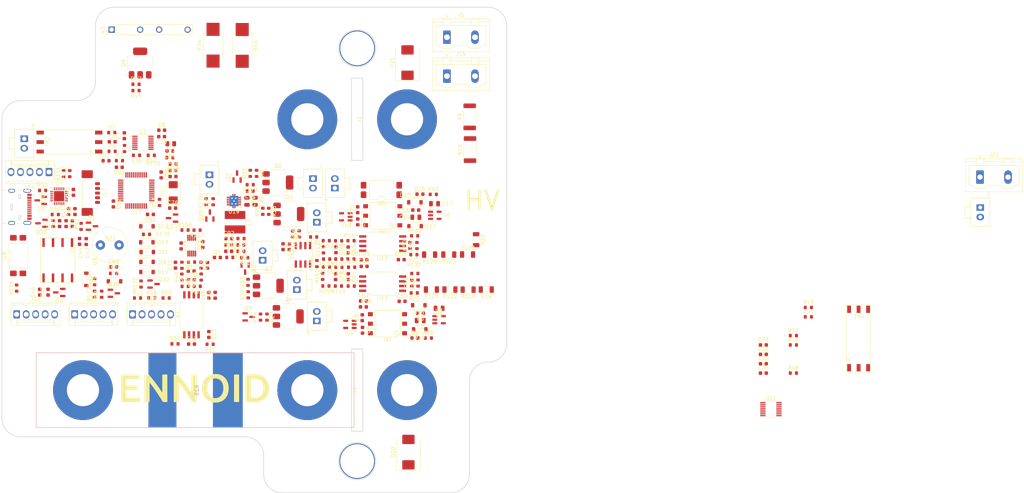
<source format=kicad_pcb>
(kicad_pcb (version 20241229) (generator "pcbnew") (generator_version "9.0")
  (layers (0 "F.Cu" signal) (2 "B.Cu" signal) (13 "F.Paste" user) (15 "B.Paste" user) (5 "F.SilkS" user "F.Silkscreen") (7 "B.SilkS" user "B.Silkscreen") (1 "F.Mask" user) (3 "B.Mask" user) (25 "Edge.Cuts" user))
  (net 0 "")
  (net 1 "Net-(BZ1-+)")
  (net 2 "+3V3")
  (net 3 "GNDA")
  (net 4 "/PowerMonitor/ISO+5V")
  (net 5 "Net-(D14-K)")
  (net 6 "GND")
  (net 7 "Net-(C6-Pad1)")
  (net 8 "Net-(C7-Pad2)")
  (net 9 "+3.3V")
  (net 10 "Net-(C9-Pad2)")
  (net 11 "Net-(C9-Pad1)")
  (net 12 "Net-(C10-Pad2)")
  (net 13 "Net-(C10-Pad1)")
  (net 14 "Net-(U16-Vin+)")
  (net 15 "Net-(U1-VINP)")
  (net 16 "Net-(U1-VINN)")
  (net 17 "+12V")
  (net 18 "GNDREF")
  (net 19 "/PowerMonitor/ISO+5V_LOAD")
  (net 20 "Net-(D17-K)")
  (net 21 "Net-(C23-Pad1)")
  (net 22 "Net-(C24-Pad2)")
  (net 23 "Net-(U14A--)")
  (net 24 "Net-(U14A-+)")
  (net 25 "Net-(U14B--)")
  (net 26 "Net-(U14B-+)")
  (net 27 "Net-(U7-VPP)")
  (net 28 "/USB/Vusb")
  (net 29 "/CAN/5V_CAN")
  (net 30 "/CAN/CAN_GND")
  (net 31 "Net-(U12-VINN)")
  (net 32 "Net-(U12-VINP)")
  (net 33 "Net-(U13-VINN)")
  (net 34 "Net-(U13-VINP)")
  (net 35 "Net-(C65-Pad1)")
  (net 36 "Net-(C65-Pad2)")
  (net 37 "Net-(C66-Pad1)")
  (net 38 "Net-(C66-Pad2)")
  (net 39 "Net-(C68-Pad2)")
  (net 40 "Net-(C68-Pad1)")
  (net 41 "Net-(C69-Pad1)")
  (net 42 "Net-(C69-Pad2)")
  (net 43 "/PowerMonitor/Vbat")
  (net 44 "Net-(U16-Vin-)")
  (net 45 "Net-(U17-PF0{slash}I2C2_SDA{slash}RCC_OSC_IN{slash}TIM1_CH3N)")
  (net 46 "Net-(U17-PF1{slash}I2C2_SCL{slash}RCC_OSC_OUT)")
  (net 47 "/MCU/NRST")
  (net 48 "/MCU/NTC_Switch")
  (net 49 "Net-(D9-K)")
  (net 50 "Net-(D7-K)")
  (net 51 "Net-(U19-SS)")
  (net 52 "Net-(C92-Pad2)")
  (net 53 "Net-(C93-Pad2)")
  (net 54 "Net-(D1-A)")
  (net 55 "Net-(D2-A)")
  (net 56 "/USB/D+")
  (net 57 "/USB/D-")
  (net 58 "/CAN/CANL")
  (net 59 "/CAN/CANH")
  (net 60 "Net-(D5-A)")
  (net 61 "Net-(D8-K)")
  (net 62 "Net-(D10-K)")
  (net 63 "/CAN/EnableRequest")
  (net 64 "Net-(D12-K)")
  (net 65 "/PowerSupply/ChargeDetect")
  (net 66 "Net-(D14-A)")
  (net 67 "Net-(D15-A)")
  (net 68 "Net-(D16-A)")
  (net 69 "Net-(D17-A)")
  (net 70 "Net-(D18-A)")
  (net 71 "/PowerMonitor/Current")
  (net 72 "/Load+")
  (net 73 "/BAT+")
  (net 74 "/switches/Cooling")
  (net 75 "Net-(J6-Pin_4)")
  (net 76 "/PowerSupply/PushButton")
  (net 77 "/switches/DischargePos")
  (net 78 "Net-(J7-Pin_1)")
  (net 79 "/switches/DischargeNeg")
  (net 80 "/switches/Charge")
  (net 81 "/CAN/Enable_CAN")
  (net 82 "Net-(J13-Pin_1)")
  (net 84 "/MCU/TX_USB")
  (net 85 "/MCU/RX_USB")
  (net 86 "Net-(J15-Pin_2)")
  (net 87 "/MCU/PA_TEMP")
  (net 88 "/MCU/MA_TEMP")
  (net 89 "/MCU/SWCLK")
  (net 90 "/MCU/SWDIO")
  (net 91 "/MCU/OLED_RST")
  (net 92 "/MCU/OLED_SDA")
  (net 93 "/MCU/OLED_SCL")
  (net 94 "/MCU/MA_CELL")
  (net 95 "/MCU/PA_CELL")
  (net 97 "Net-(J20-CC2)")
  (net 98 "Net-(J20-CC1)")
  (net 100 "Net-(K1-Pad4)")
  (net 101 "/switches/Precharge")
  (net 102 "Net-(U19-FB)")
  (net 103 "Net-(U19-SW)")
  (net 104 "/MCU/BUZZER")
  (net 105 "/MCU/DischargePosEnable")
  (net 106 "/MCU/Safety")
  (net 107 "Net-(Q4-G)")
  (net 108 "Net-(Q5-G)")
  (net 109 "Net-(Q6-G)")
  (net 110 "Net-(Q7-G)")
  (net 111 "Net-(Q8-G)")
  (net 112 "/MCU/DischargeNegEnable")
  (net 113 "Net-(Q27-D)")
  (net 114 "/MCU/PowerButton")
  (net 115 "/MCU/PowerEnable")
  (net 116 "Net-(Q30-D)")
  (net 117 "/MCU/PowerLED")
  (net 118 "/MCU/LED0")
  (net 119 "Net-(U2-ICMP)")
  (net 120 "Net-(U2-IP)")
  (net 121 "Net-(U2-IM)")
  (net 122 "Net-(R10-Pad2)")
  (net 123 "Net-(R10-Pad1)")
  (net 124 "Net-(U11-ICMP)")
  (net 125 "/MCU/Vpack")
  (net 126 "Net-(R16-Pad1)")
  (net 127 "Net-(U11-IP)")
  (net 128 "Net-(R119-Pad1)")
  (net 129 "Net-(R120-Pad1)")
  (net 130 "Net-(R126-Pad2)")
  (net 131 "Net-(R125-Pad2)")
  (net 132 "/MCU/ChargeEnable")
  (net 133 "/MCU/CoolingEnable")
  (net 134 "Net-(R34-Pad1)")
  (net 135 "Net-(U1-VOUTN)")
  (net 136 "Net-(U2-IBIAS)")
  (net 137 "/MCU/MISO")
  (net 138 "Net-(U1-VOUTP)")
  (net 139 "/MCU/PreChargeEnable")
  (net 140 "Net-(U11-IM)")
  (net 141 "Net-(U11-IBIAS)")
  (net 142 "Net-(U7-TXD)")
  (net 143 "Net-(U7-RXD)")
  (net 144 "Net-(U7-~{RST})")
  (net 145 "Net-(R116-Pad2)")
  (net 146 "Net-(R119-Pad2)")
  (net 147 "Net-(R120-Pad2)")
  (net 148 "Net-(R122-Pad2)")
  (net 149 "Net-(R123-Pad2)")
  (net 150 "Net-(U12-VOUTN)")
  (net 151 "Net-(U12-VOUTP)")
  (net 152 "Net-(U13-VOUTN)")
  (net 153 "Net-(U13-VOUTP)")
  (net 154 "/MCU/SCL")
  (net 155 "/MCU/SDA")
  (net 156 "Net-(U19-RT)")
  (net 157 "Net-(U4-D2)")
  (net 158 "Net-(U4-D1)")
  (net 160 "Net-(U10-D2)")
  (net 161 "Net-(U10-D1)")
  (net 163 "/MCU/CS_CELL")
  (net 164 "/MCU/MOSI")
  (net 165 "/MCU/SCK")
  (net 181 "/CAN/CAN_RX")
  (net 182 "/CAN/CAN_TX")
  (net 183 "/MCU/CS_TEMP")
  (footprint "Connector_Phoenix_GMSTB:PhoenixContact_GMSTBVA_2,5_2-G_1x02_P7.50mm_Vertical" (layer "F.Cu") (at 300.37 79.78)
    (property "Reference" "J21")
    (property "Value" "INV_Power")
  )
  (footprint "Capacitor_SMD:C_0805_2012Metric" (layer "F.Cu") (at 106.5 86.25 -90)
    (property "Reference" "C89")
    (property "Value" "22u")
  )
  (footprint "ENNOID:WURTH-760390014" (layer "F.Cu") (at 141.925 119.025 180)
    (property "Reference" "TR1")
    (property "Value" "TRANSF5" (hide yes))
  )
  (footprint "Capacitor_SMD:C_0603_1608Metric" (layer "F.Cu") (at 89.5 107.2725 180)
    (property "Reference" "C9")
    (property "Value" "2.2n")
  )
  (footprint "Diode_SMD:D_SOD-123" (layer "F.Cu") (at 150.55 120.525 180)
    (property "Reference" "D14")
    (property "Value" "MBR0520")
  )
  (footprint "Package_TO_SOT_SMD:SOT-23" (layer "F.Cu") (at 49.4 92.13925 180)
    (property "Reference" "Q26")
    (property "Value" "BSS138")
  )
  (footprint "Resistor_SMD:R_0603_1608Metric" (layer "F.Cu") (at 106.925 78.775 -90)
    (property "Reference" "R8")
    (property "Value" "4.7M")
  )
  (footprint "Capacitor_SMD:C_0603_1608Metric" (layer "F.Cu") (at 128.15 99.225 -90)
    (property "Reference" "C69")
    (property "Value" "220p")
  )
  (footprint "Resistor_SMD:R_2512_6332Metric" (layer "F.Cu") (at 164 72.4125 90)
    (property "Reference" "R10")
    (property "Value" "220k")
  )
  (footprint "Capacitor_SMD:C_0603_1608Metric" (layer "F.Cu") (at 70.2 77.15 180)
    (property "Reference" "C83")
    (property "Value" "100n")
  )
  (footprint "Diode_SMD:D_SOD-123" (layer "F.Cu") (at 150.3 114.075 180)
    (property "Reference" "D15")
    (property "Value" "MBR0520")
  )
  (footprint "LED_SMD:LED_0603_1608Metric" (layer "F.Cu") (at 66.6625 75.4)
    (property "Reference" "D2")
    (property "Value" "STATUS")
  )
  (footprint "Resistor_SMD:R_0603_1608Metric" (layer "F.Cu") (at 55.3 78.875 90)
    (property "Reference" "R111")
    (property "Value" "240")
  )
  (footprint "Resistor_SMD:R_0603_1608Metric" (layer "F.Cu") (at 118.3 95 90)
    (property "Reference" "R16")
    (property "Value" "10k")
  )
  (footprint "Resistor_SMD:R_0603_1608Metric" (layer "F.Cu") (at 91.04 109 180)
    (property "Reference" "R35")
    (property "Value" "100")
  )
  (footprint "Resistor_SMD:R_0603_1608Metric" (layer "F.Cu") (at 59.9875 92.975 90)
    (property "Reference" "R4")
    (property "Value" "1.5k")
  )
  (footprint "ENNOID:Pin_1x02-XL" (layer "F.Cu") (at 123.02 91.866 180)
    (property "Reference" "J10")
    (property "Value" "Charge")
  )
  (footprint "Resistor_SMD:R_0603_1608Metric" (layer "F.Cu") (at 63.5875 107.8 90)
    (property "Reference" "R173")
    (property "Value" "10k")
  )
  (footprint "Resistor_SMD:R_0603_1608Metric" (layer "F.Cu") (at 128.85 96.825 180)
    (property "Reference" "R150")
    (property "Value" "1k")
  )
  (footprint "Resistor_SMD:R_0603_1608Metric" (layer "F.Cu") (at 99.75 101.275)
    (property "Reference" "R1")
    (property "Value" "470")
  )
  (footprint "Resistor_SMD:R_0603_1608Metric" (layer "F.Cu") (at 89.525 102.5225 180)
    (property "Reference" "R13")
    (property "Value" "1k")
  )
  (footprint "Capacitor_SMD:C_0603_1608Metric" (layer "F.Cu") (at 84.6 77.975)
    (property "Reference" "C78")
    (property "Value" "100n")
  )
  (footprint "Resistor_SMD:R_0603_1608Metric" (layer "F.Cu") (at 254.47 114.675)
    (property "Reference" "R49")
    (property "Value" "1.2k")
  )
  (footprint "Resistor_SMD:R_0603_1608Metric" (layer "F.Cu") (at 128.8 108.95 180)
    (property "Reference" "R149")
    (property "Value" "1k")
  )
  (footprint "Capacitor_SMD:C_0603_1608Metric" (layer "F.Cu") (at 94.115 111.4025 90)
    (property "Reference" "C14")
    (property "Value" "100n")
  )
  (footprint "Resistor_SMD:R_0603_1608Metric" (layer "F.Cu") (at 78.75 73.95 180)
    (property "Reference" "R37")
    (property "Value" "2k")
  )
  (footprint "ENNOID:SSO-8_6.8x5.9mm_Pitch1.27mm_Clearance8mm" (layer "F.Cu") (at 89.5 116.65 90)
    (property "Reference" "U1")
    (property "Value" "AMC1301 or AMC1302")
  )
  (footprint "Package_SON:Texas_S-PVSON-N10_ThermalVias" (layer "F.Cu") (at 100.8525 86.194 180)
    (property "Reference" "U19")
    (property "Value" "LM5165YDRC")
  )
  (footprint "Resistor_SMD:R_0603_1608Metric" (layer "F.Cu") (at 124.8 99.25 90)
    (property "Reference" "R161")
    (property "Value" "33K")
  )
  (footprint "Capacitor_SMD:C_0603_1608Metric" (layer "F.Cu") (at 149.475 88.6 180)
    (property "Reference" "C18")
    (property "Value" "100n")
  )
  (footprint "Package_SO:MSOP-16_3x4.039mm_P0.5mm" (layer "F.Cu") (at 244.46 141.885)
    (property "Reference" "U11")
    (property "Value" "LTC6820")
  )
  (footprint "Package_TO_SOT_SMD:SOT-223" (layer "F.Cu") (at 75.775 49.25 90)
    (property "Reference" "Q8")
    (property "Value" "BUK98150-55A")
  )
  (footprint "ENNOID:Pin_1x02-XL" (layer "F.Cu") (at 122.004 80.182)
    (property "Reference" "J7")
    (property "Value" "E-Stop")
  )
  (footprint "Resistor_SMD:R_0603_1608Metric" (layer "F.Cu") (at 77.475 95.1)
    (property "Reference" "R178")
    (property "Value" "10k")
  )
  (footprint "ENNOID:EVC500" (layer "F.Cu") (at 133.82 64.302 90)
    (property "Reference" "J1")
    (property "Value" "Contactor+")
  )
  (footprint "Resistor_SMD:R_0603_1608Metric" (layer "F.Cu") (at 105.2175 81.819 180)
    (property "Reference" "R179")
    (property "Value" "130k")
  )
  (footprint "Resistor_SMD:R_0603_1608Metric" (layer "F.Cu") (at 76.025 108.4 -90)
    (property "Reference" "R175")
    (property "Value" "4.7M")
  )
  (footprint "Capacitor_SMD:C_0603_1608Metric" (layer "F.Cu") (at 84.475 88.075)
    (property "Reference" "C76")
    (property "Value" "18p")
  )
  (footprint "Resistor_SMD:R_0603_1608Metric" (layer "F.Cu") (at 107.975 117.25 90)
    (property "Reference" "R24")
    (property "Value" "10")
  )
  (footprint "Capacitor_SMD:C_0603_1608Metric" (layer "F.Cu") (at 89.515 124.4775)
    (property "Reference" "C12")
    (property "Value" "330p")
  )
  (footprint "Resistor_SMD:R_0603_1608Metric" (layer "F.Cu") (at 149.8 98.095 90)
    (property "Reference" "R130")
    (property "Value" "1k")
  )
  (footprint "Capacitor_SMD:C_0603_1608Metric" (layer "F.Cu") (at 83.75 72.775 180)
    (property "Reference" "C84")
    (property "Value" "100n")
  )
  (footprint "Capacitor_SMD:C_0603_1608Metric" (layer "F.Cu") (at 86.74 98.2025 -90)
    (property "Reference" "C73")
    (property "Value" "100n")
  )
  (footprint "Resistor_SMD:R_1206_3216Metric" (layer "F.Cu") (at 165.625 96.5325 -90)
    (property "Reference" "R20")
    (property "Value" "470K")
  )
  (footprint "Diode_SMD:D_SMC" (layer "F.Cu") (at 147.275 49.125 90)
    (property "Reference" "D21")
    (property "Value" "smcj440ca")
  )
  (footprint "Connector_Molex:Molex_PicoBlade_53398-0571_1x05-1MP_P1.25mm_Vertical" (layer "F.Cu") (at 63.125 84.05 -90)
    (property "Reference" "J17")
    (property "Value" "DEBUG")
  )
  (footprint "Resistor_SMD:R_1206_3216Metric" (layer "F.Cu") (at 158.615 109.88 180)
    (property "Reference" "R122")
    (property "Value" "470K")
  )
  (footprint "Capacitor_SMD:C_0603_1608Metric" (layer "F.Cu") (at 133.95 88.515 90)
    (property "Reference" "C22")
    (property "Value" "10u")
  )
  (footprint "Resistor_SMD:R_0603_1608Metric" (layer "F.Cu") (at 109.7 117.25 -90)
    (property "Reference" "R27")
    (property "Value" "4.7M")
  )
  (footprint "Resistor_SMD:R_0603_1608Metric" (layer "F.Cu") (at 71.6 72.125 -90)
    (property "Reference" "R5")
    (property "Value" "806")
  )
  (footprint "Capacitor_SMD:C_0603_1608Metric" (layer "F.Cu") (at 148.4025 108.13 90)
    (property "Reference" "C49")
    (property "Value" "330p")
  )
  (footprint "Resistor_SMD:R_0603_1608Metric" (layer "F.Cu") (at 102.7 97.925 180)
    (property "Reference" "R181")
    (property "Value" "1")
  )
  (footprint "Resistor_SMD:R_0603_1608Metric" (layer "F.Cu") (at 103.725 101.35 180)
    (property "Reference" "R41")
    (property "Value" "10k")
  )
  (footprint "Capacitor_SMD:C_0603_1608Metric" (layer "F.Cu") (at 242.44 129.735)
    (property "Reference" "C25")
    (property "Value" "1u")
  )
  (footprint "Diode_SMD:D_SOD-123" (layer "F.Cu") (at 77.625 102.475)
    (property "Reference" "D9")
    (property "Value" "1N4148W")
  )
  (footprint "Capacitor_SMD:C_0603_1608Metric" (layer "F.Cu") (at 147.95 98.095 90)
    (property "Reference" "C50")
    (property "Value" "330p")
  )
  (footprint "Resistor_SMD:R_0603_1608Metric" (layer "F.Cu") (at 87.775 93.95)
    (property "Reference" "R166")
    (property "Value" "4.75k")
  )
  (footprint "Capacitor_SMD:C_0603_1608Metric" (layer "F.Cu") (at 135.48 114.525)
    (property "Reference" "C58")
    (property "Value" "100n")
  )
  (footprint "Capacitor_SMD:C_0603_1608Metric" (layer "F.Cu") (at 113.99 98.4 -90)
    (property "Reference" "C75")
    (property "Value" "100n")
  )
  (footprint "Resistor_SMD:R_0603_1608Metric" (layer "F.Cu") (at 95.3 86.375 90)
    (property "Reference" "R177")
    (property "Value" "4.7M")
  )
  (footprint "Capacitor_SMD:C_0805_2012Metric" (layer "F.Cu") (at 154.5 86.9 180)
    (property "Reference" "C17")
    (property "Value" "10u")
  )
  (footprint "Resistor_SMD:R_0603_1608Metric" (layer "F.Cu") (at 80.95 86.55 90)
    (property "Reference" "R11")
    (property "Value" "10k")
  )
  (footprint "Package_TO_SOT_SMD:SOT-23" (layer "F.Cu") (at 104.7875 117.2)
    (property "Reference" "Q9")
    (property "Value" "BSS138")
  )
  (footprint "Package_TO_SOT_SMD:SOT-23-5" (layer "F.Cu") (at 131.875 119.2 180)
    (property "Reference" "U4")
    (property "Value" "SN6501DBV")
  )
  (footprint "ENNOID:SHV12-1AB5-7BL3K" (layer "F.Cu") (at 68.156 40.304 90)
    (property "Reference" "K1")
    (property "Value" "SHV12-1A85-78L3K")
  )
  (footprint "Resistor_SMD:R_0603_1608Metric" (layer "F.Cu") (at 104.675 111.275 90)
    (property "Reference" "R32")
    (property "Value" "10")
  )
  (footprint "Capacitor_SMD:C_0603_1608Metric" (layer "F.Cu") (at 115.665 98.425 -90)
    (property "Reference" "C16")
    (property "Value" "1u")
  )
  (footprint "Package_TO_SOT_SMD:SOT-223" (layer "F.Cu") (at 112.6 81.225)
    (property "Reference" "Q6")
    (property "Value" "BUK98150-55A")
  )
  (footprint "Package_TO_SOT_SMD:SOT-23" (layer "F.Cu") (at 101.7 79.625 90)
    (property "Reference" "Q3")
    (property "Value" "BSS138")
  )
  (footprint "Package_TO_SOT_SMD:SOT-223" (layer "F.Cu") (at 115.55 89.65)
    (property "Reference" "Q5")
    (property "Value" "BUK98150-55A")
  )
  (footprint "Resistor_SMD:R_0603_1608Metric" (layer "F.Cu") (at 86.95 103.3725 -90)
    (property "Reference" "R15")
    (property "Value" "3.3k")
  )
  (footprint "Capacitor_SMD:C_0603_1608Metric" (layer "F.Cu") (at 93.775 103.3975 90)
    (property "Reference" "C11")
    (property "Value" "100n")
  )
  (footprint "Capacitor_SMD:C_0603_1608Metric" (layer "F.Cu") (at 242.44 132.245)
    (property "Reference" "C26")
    (property "Value" "100n")
  )
  (footprint "Connector_Molex:Molex_KK-254_AE-6410-05A_1x05_P2.54mm_Vertical" (layer "F.Cu") (at 42.756 116.518)
    (property "Reference" "J11")
    (property "Value" "CAN")
  )
  (footprint "Resistor_SMD:R_0603_1608Metric" (layer "F.Cu") (at 74.8 73.95 180)
    (property "Reference" "R36")
    (property "Value" "1.2k")
  )
  (footprint "Connector_Phoenix_GMSTB:PhoenixContact_GMSTBVA_2,5_2-G_1x02_P7.50mm_Vertical" (layer "F.Cu") (at 157.818 52.75)
    (property "Reference" "J15")
    (property "Value" "Charge +")
  )
  (footprint "Diode_SMD:D_SOD-123" (layer "F.Cu") (at 77.675 99.85)
    (property "Reference" "D11")
    (property "Value" "1N4148W")
  )
  (footprint "Package_TO_SOT_SMD:SOT-23" (layer "F.Cu") (at 62.8875 92.925)
    (property "Reference" "Q1")
    (property "Value" "BSS138")
  )
  (footprint "Capacitor_SMD:C_0603_1608Metric" (layer "F.Cu") (at 128.05 106.425 -90)
    (property "Reference" "C68")
    (property "Value" "220p")
  )
  (footprint "Resistor_SMD:R_0603_1608Metric" (layer "F.Cu") (at 250.46 132.245)
    (property "Reference" "R48")
    (property "Value" "51")
  )
  (footprint "Diode_SMD:D_SMC" (layer "F.Cu") (at 147.525 153.4 90)
    (property "Reference" "D20")
    (property "Value" "smcj440ca")
  )
  (footprint "Capacitor_SMD:C_0805_2012Metric" (layer "F.Cu") (at 155.725 114.9 180)
    (property "Reference" "C1")
    (property "Value" "10u")
  )
  (footprint "Package_SO:MSOP-16_3x4.039mm_P0.5mm" (layer "F.Cu") (at 76.525 70.6)
    (property "Reference" "U2")
    (property "Value" "LTC6820")
  )
  (footprint "Resistor_SMD:R_0603_1608Metric" (layer "F.Cu") (at 149.0775 110.78 180)
    (property "Reference" "R22")
    (property "Value" "10")
  )
  (footprint "Capacitor_SMD:C_0603_1608Metric" (layer "F.Cu") (at 99.45 99.625)
    (property "Reference" "C94")
    (property "Value" "10u")
  )
  (footprint "Resistor_SMD:R_0603_1608Metric" (layer "F.Cu") (at 63.5875 111.125 90)
    (property "Reference" "R172")
    (property "Value" "100")
  )
  (footprint "Diode_SMD:D_SOD-123" (layer "F.Cu") (at 77.575 97.225 180)
    (property "Reference" "D13")
    (property "Value" "1N4148W")
  )
  (footprint "Capacitor_SMD:C_0603_1608Metric" (layer "F.Cu") (at 78.5375 89.77 180)
    (property "Reference" "C81")
    (property "Value" "100n")
  )
  (footprint "Resistor_SMD:R_0603_1608Metric" (layer "F.Cu") (at 125.575 103.825 180)
    (property "Reference" "R155")
    (property "Value" "5.6k")
  )
  (footprint "Resistor_SMD:R_0603_1608Metric" (layer "F.Cu") (at 132.325 103.9)
    (property "Reference" "R142")
    (property "Value" "100")
  )
  (footprint "ENNOID:WURTH-760390014" (layer "F.Cu") (at 140.65 90.125 180)
    (property "Reference" "TR3")
    (property "Value" "TRANSF5" (hide yes))
  )
  (footprint "Resistor_SMD:R_0603_1608Metric" (layer "F.Cu") (at 86.925 106.5475 90)
    (property "Reference" "R40")
    (property "Value" "1k")
  )
  (footprint "Package_TO_SOT_SMD:SOT-23" (layer "F.Cu") (at 84.3125 90.75 180)
    (property "Reference" "Q27")
    (property "Value" "BSS138")
  )
  (footprint "Diode_SMD:D_SOD-123" (layer "F.Cu") (at 149.3 92.925 180)
    (property "Reference" "D17")
    (property "Value" "MBR0520")
  )
  (footprint "Resistor_SMD:R_0603_1608Metric" (layer "F.Cu") (at 91 93.975 180)
    (property "Reference" "R167")
    (property "Value" "4.75k")
  )
  (footprint "Resistor_SMD:R_0603_1608Metric" (layer "F.Cu") (at 49.7 83.35)
    (property "Reference" "R53")
    (property "Value" "5.1k")
  )
  (footprint "Resistor_SMD:R_0603_1608Metric" (layer "F.Cu") (at 68.275 72.875)
    (property "Reference" "R6")
    (property "Value" "51")
  )
  (footprint "Capacitor_SMD:C_0603_1608Metric" (layer "F.Cu") (at 81.525 68.95 180)
    (property "Reference" "C20")
    (property "Value" "1u")
  )
  (footprint "Diode_SMD:D_SOD-123" (layer "F.Cu") (at 77.6 92.95)
    (property "Reference" "D12")
    (property "Value" "1N4148W")
  )
  (footprint "Resistor_SMD:R_0603_1608Metric" (layer "F.Cu") (at 108.575 88.925 90)
    (property "Reference" "R25")
    (property "Value" "10")
  )
  (footprint "Resistor_SMD:R_0603_1608Metric" (layer "F.Cu") (at 56.625 89 90)
    (property "Reference" "R113")
    (property "Value" "4.7k")
  )
  (footprint "Resistor_SMD:R_0603_1608Metric" (layer "F.Cu") (at 65.4875 111.125 90)
    (property "Reference" "R2")
    (property "Value" "470")
  )
  (footprint "Resistor_SMD:R_0603_1608Metric" (layer "F.Cu") (at 152.85 122.875)
    (property "Reference" "R26")
    (property "Value" "470")
  )
  (footprint "Resistor_SMD:R_0603_1608Metric" (layer "F.Cu") (at 128.9 101.725 180)
    (property "Reference" "R151")
    (property "Value" "1k")
  )
  (footprint "Diode_SMD:D_SOD-123" (layer "F.Cu") (at 68.9375 107.675)
    (property "Reference" "D7")
    (property "Value" "BZT52C16")
  )
  (footprint "Package_TO_SOT_SMD:SOT-23-5" (layer "F.Cu") (at 130.7875 90.415 180)
    (property "Reference" "U10")
    (property "Value" "SN6501DBV")
  )
  (footprint "Diode_SMD:D_SOD-123" (layer "F.Cu") (at 61.3875 107.15 -90)
    (property "Reference" "D8")
    (property "Value" "1N4148W")
  )
  (footprint "Capacitor_SMD:C_0603_1608Metric" (layer "F.Cu") (at 68.3 70.325)
    (property "Reference" "C6")
    (property "Value" "10n")
  )
  (footprint "Resistor_SMD:R_0603_1608Metric" (layer "F.Cu") (at 116.55 95.025 -90)
    (property "Reference" "R17")
    (property "Value" "3.3k")
  )
  (footprint "Capacitor_SMD:C_0603_1608Metric" (layer "F.Cu") (at 135.25 120.775 -90)
    (property "Reference" "C4")
    (property "Value" "100n")
  )
  (footprint "Resistor_SMD:R_0603_1608Metric" (layer "F.Cu") (at 93.45 86.375 90)
    (property "Reference" "R176")
    (property "Value" "10k")
  )
  (footprint "Resistor_SMD:R_0603_1608Metric" (layer "F.Cu") (at 92.05 103.3725 -90)
    (property "Reference" "R14")
    (property "Value" "3.3k")
  )
  (footprint "Capacitor_SMD:C_0603_1608Metric" (layer "F.Cu") (at 81.55 67.225)
    (property "Reference" "C8")
    (property "Value" "100n")
  )
  (footprint "Capacitor_SMD:C_0603_1608Metric" (layer "F.Cu") (at 71.55 68.7 90)
    (property "Reference" "C7")
    (property "Value" "10n")
  )
  (footprint "Diode_SMD:D_SOD-123" (layer "F.Cu") (at 149.25 86.525 180)
    (property "Reference" "D18")
    (property "Value" "MBR0520")
  )
  (footprint "Package_DFN_QFN:QFN-24-1EP_4x4mm_P0.5mm_EP2.7x2.7mm" (layer "F.Cu") (at 54.1 84.875)
    (property "Reference" "U7")
    (property "Value" "CP2104")
  )
  (footprint "ENNOID:SSO-8_6.8x5.9mm_Pitch1.27mm_Clearance8mm" (layer "F.Cu") (at 140.625 108.3 180)
    (property "Reference" "U12")
    (property "Value" "AMC1301")
  )
  (footprint "ENNOID:Pin_1x02-XL" (layer "F.Cu") (at 108.542 102.026 180)
    (property "Reference" "J13")
    (property "Value" "Charger")
  )
  (footprint "Resistor_SMD:R_0603_1608Metric" (layer "F.Cu") (at 92.1 106.5225 90)
    (property "Reference" "R39")
    (property "Value" "1k")
  )
  (footprint "Resistor_SMD:R_0603_1608Metric" (layer "F.Cu") (at 148.975 100.545 180)
    (property "Reference" "R21")
    (property "Value" "10")
  )
  (footprint "Resistor_SMD:R_0603_1608Metric" (layer "F.Cu") (at 52.525 92.2 90)
    (property "Reference" "R114")
    (property "Value" "10k")
  )
  (footprint "Resistor_SMD:R_0603_1608Metric" (layer "F.Cu") (at 94.49 124.5275 180)
    (property "Reference" "R31")
    (property "Value" "1k")
  )
  (footprint "Resistor_SMD:R_1206_3216Metric" (layer "F.Cu") (at 153.665 109.88 180)
    (property "Reference" "R125")
    (property "Value" "470K")
  )
  (footprint "Capacitor_SMD:C_0603_1608Metric" (layer "F.Cu") (at 242.44 127.225)
    (property "Reference" "C24")
    (property "Value" "10n")
  )
  (footprint "Resistor_SMD:R_0603_1608Metric" (layer "F.Cu") (at 250.46 124.715)
    (property "Reference" "R18")
    (property "Value" "51")
  )
  (footprint "ENNOID:ENNOID-LOGO" (layer "F.Cu") (at 90.5 137.025)
    (property "Reference" "LOGO1" (hide yes))
    (property "Value" "Logo_Open_Hardware_Small" (hide yes))
  )
  (footprint "Capacitor_SMD:C_0603_1608Metric" (layer "F.Cu") (at 58.35 89 90)
    (property "Reference" "C39")
    (property "Value" "2.2u")
  )
  (footprint "Package_TO_SOT_SMD:SOT-23-5" (layer "F.Cu") (at 155.7125 117.95)
    (property "Reference" "U3")
    (property "Value" "TPS76350")
  )
  (footprint "Resistor_SMD:R_0603_1608Metric" (layer "F.Cu") (at 53.0875 89.78925)
    (property "Reference" "R52")
    (property "Value" "5.1k")
  )
  (footprint "Connector_Molex:Molex_KK-254_AE-6410-05A_1x05_P2.54mm_Vertical" (layer "F.Cu") (at 58.25 116.504)
    (property "Reference" "J6")
    (property "Value" "Power Button")
  )
  (footprint "Capacitor_SMD:C_0603_1608Metric" (layer "F.Cu") (at 135.505 112.925)
    (property "Reference" "C62")
    (property "Value" "2.2u")
  )
  (footprint "Resistor_SMD:R_0603_1608Metric" (layer "F.Cu") (at 56.95 78.85 90)
    (property "Reference" "R112")
    (property "Value" "240")
  )
  (footprint "Package_SO:MSOP-10_3x3mm_P0.5mm" (layer "F.Cu") (at 89.575 98.125 -90)
    (property "Reference" "U16")
    (property "Value" "ISL28022")
  )
  (footprint "Package_DIP:SMDIP-4_W9.53mm_Clearance8mm" (layer "F.Cu") (at 140.29 83.22 180)
    (property "Reference" "U5")
    (property "Value" "SFH617A-2X009T")
  )
  (footprint "Diode_SMD:D_SOD-123" (layer "F.Cu") (at 77.6 105.175 180)
    (property "Reference" "D10")
    (property "Value" "BZT52C16")
  )
  (footprint "Package_TO_SOT_SMD:SOT-23" (layer "F.Cu") (at 94.425 90.0625 90)
    (property "Reference" "Q29")
    (property "Value" "BSS138")
  )
  (footprint "Resistor_SMD:R_0603_1608Metric" (layer "F.Cu") (at 110.175 88.925 -90)
    (property "Reference" "R28")
    (property "Value" "4.7M")
  )
  (footprint "ENNOID:Pin_1x02-XL" (layer "F.Cu") (at 94.318 79.166)
    (property "Reference" "J3")
    (property "Value" "+ 12V -")
  )
  (footprint "Resistor_SMD:R_0603_1608Metric" (layer "F.Cu") (at 125.65 101.725 180)
    (property "Reference" "R158")
    (property "Value" "5.6k")
  )
  (footprint "Capacitor_SMD:C_0603_1608Metric" (layer "F.Cu") (at 89.425 104.9475 180)
    (property "Reference" "C10")
    (property "Value" "220p")
  )
  (footprint "Capacitor_SMD:C_0603_1608Metric" (layer "F.Cu") (at 131.45 106.425 -90)
    (property "Reference" "C65")
    (property "Value" "2.2n")
  )
  (footprint "Connector_Phoenix_GMSTB:PhoenixContact_GMSTBVA_2,5_2-G_1x02_P7.50mm_Vertical" (layer "F.Cu") (at 157.818 42.336)
    (property "Reference" "J5")
    (property "Value" "BAT_Power")
  )
  (footprint "Resistor_SMD:R_0603_1608Metric" (layer "F.Cu") (at 102.7 99.63 180)
    (property "Reference" "R182")
    (property "Value" "1")
  )
  (footprint "ENNOID:Pin_1x02-XL" (layer "F.Cu") (at 117.686 109.9 180)
    (property "Reference" "J2")
    (property "Value" "Cooling")
  )
  (footprint "Capacitor_SMD:C_0603_1608Metric" (layer "F.Cu") (at 105.1925 83.494 180)
    (property "Reference" "C91")
    (property "Value" "47n")
  )
  (footprint "Resistor_SMD:R_0603_1608Metric" (layer "F.Cu") (at 122.175 95.8 180)
    (property "Reference" "R165")
    (property "Value" "33K")
  )
  (footprint "Resistor_SMD:R_1206_3216Metric" (layer "F.Cu") (at 163.3375 100.495)
    (property "Reference" "R120")
    (property "Value" "470K")
  )
  (footprint "Resistor_SMD:R_0603_1608Metric" (layer "F.Cu") (at 75.075 112.15 180)
    (property "Reference" "R42")
    (property "Value" "4.75k")
  )
  (footprint "Capacitor_SMD:C_0603_1608Metric" (layer "F.Cu") (at 59.57 96.975 90)
    (property "Reference" "C44")
    (property "Value" "100n")
  )
  (footprint "Resistor_SMD:R_0603_1608Metric" (layer "F.Cu") (at 84.575 76.275 180)
    (property "Reference" "R168")
    (property "Value" "10k")
  )
  (footprint "Package_TO_SOT_SMD:SOT-23" (layer "F.Cu") (at 54.1375 110.65 180)
    (property "Reference" "D4")
    (property "Value" "SZNUP2105L")
  )
  (footprint "LED_SMD:LED_0603_1608Metric" (layer "F.Cu") (at 96.4375 101.3)
    (property "Reference" "D1")
    (property "Value" "POWER")
  )
  (footprint "Resistor_SMD:R_0603_1608Metric" (layer "F.Cu") (at 150.1025 108.13 90)
    (property "Reference" "R129")
    (property "Value" "1k")
  )
  (footprint "Package_QFP:LQFP-48_7x7mm_P0.5mm" (layer "F.Cu") (at 74.725 83.35 180)
    (property "Reference" "U17")
    (property "Value" "STM32F303CCTx")
  )
  (footprint "Resistor_SMD:R_1206_3216Metric" (layer "F.Cu") (at 163.49 109.905 180)
    (property "Reference" "R119")
    (property "Value" "470K")
  )
  (footprint "Connector_Molex:Molex_KK-254_AE-6410-05A_1x05_P2.54mm_Vertical" (layer "F.Cu") (at 73.744 116.518)
    (property "Reference" "J18")
    (property "Value" "OLED")
  )
  (footprint "Resistor_SMD:R_0603_1608Metric" (layer "F.Cu") (at 125.55 96.8 180)
    (property "Reference" "R157")
    (property "Value" "5.6k")
  )
  (footprint "Resistor_SMD:R_0603_1608Metric" (layer "F.Cu") (at 124.575 106.35 90)
    (property "Reference" "R160")
    (property "Value" "33K")
  )
  (footprint "Resistor_SMD:R_0603_1608Metric" (layer "F.Cu") (at 42.745 109.485 90)
    (property "Reference" "R116")
    (property "Value" "2.2k")
  )
  (footprint "Crystal:Crystal_SMD_Abracon_ABM3-2Pin_5.0x3.2mm" (layer "F.Cu") (at 84.625 83.85 90)
    (property "Reference" "Y1")
    (property "Value" "8MHz")
  )
  (footprint "Capacitor_SMD:C_0603_1608Metric" (layer "F.Cu") (at 61.35 97.035 90)
    (property "Reference" "C43")
    (property "Value" "1u")
  )
  (footprint "Capacitor_SMD:C_0603_1608Metric" (layer "F.Cu") (at 145.825 113.025)
    (property "Reference" "C52")
    (property "Value" "100n")
  )
  (footprint "Package_TO_SOT_SMD:SOT-23" (layer "F.Cu") (at 103.85 104.2625 -90)
    (property "Reference" "Q2")
    (property "Value" "BSS138")
  )
  (footprint "Package_SO:SOIC-8_3.9x4.9mm_P1.27mm" (layer "F.Cu") (at 119.315 100.575 90)
    (property "Reference" "U14")
    (property "Value" "OPA2197IDR")
  )
  (footprint "Capacitor_SMD:C_0603_1608Metric" (layer "F.Cu") (at 135.175 117.425 90)
    (property "Reference" "C5")
    (property "Value" "10u")
  )
  (footprint "Resistor_SMD:R_0805_2012Metric" (layer "F.Cu") (at 83.9625 70.85 180)
    (property "Reference" "TH1")
    (property "Value" "Thermistor_NTC 100K")
  )
  (footprint "ENNOID:SAMESKY_UJ20-C-H-G-SMT-1-P16-TR" (layer "F.Cu") (at 38.825 87.73 -90)
    (property "Reference" "J20")
    (property "Value" "USB_C_Receptacle_USB2.0_16P")
  )
  (footprint "Resistor_SMD:R_0603_1608Metric" (layer "F.Cu") (at 125.45 108.925 180)
    (property "Reference" "R156")
    (property "Value" "5.6k")
  )
  (footprint "LED_SMD:LED_0603_1608Metric" (layer "F.Cu") (at 149.25 122.85)
    (property "Reference" "D5")
    (property "Value" "POWER")
  )
  (footprint "ENNOID:Pin_1x02-XL" (layer "F.Cu") (at 123.02 118.282 180)
    (property "Reference" "J8")
    (property "Value" "Discharge")
  )
  (footprint "Resistor_SMD:R_0603_1608Metric" (layer "F.Cu") (at 149.175 95.495)
    (property "Reference" "R133")
    (property "Value" "1k")
  )
  (footprint "ENNOID:Pin_1x02-XL" (layer "F.Cu") (at 44.788 69.514)
    (property "Reference" "J19")
    (property "Value" "ISOSPI_CELL")
  )
  (footprint "Capacitor_SMD:C_0805_2012Metric" (layer "F.Cu") (at 104.35 86.25 -90)
    (property "Reference" "C90")
    (property "Value" "22u")
  )
  (footprint "Resistor_SMD:R_0603_1608Metric" (layer "F.Cu") (at 254.47 117.185)
    (property "Reference" "R51")
    (property "Value" "2k")
  )
  (footprint "Capacitor_SMD:C_0603_1608Metric" (layer "F.Cu") (at 48.925 110.575 -90)
    (property "Reference" "C46")
    (property "Value" "1u")
  )
  (footprint "Resistor_SMD:R_0603_1608Metric" (layer "F.Cu") (at 83.725 74.575 180)
    (property "Reference" "R170")
    (property "Value" "100k")
  )
  (footprint "Resistor_SMD:R_0603_1608Metric" (layer "F.Cu") (at 104.625 107.95 90)
    (property "Reference" "R33")
    (property "Value" "4.7M")
  )
  (footprint "Capacitor_SMD:C_0603_1608Metric" (layer "F.Cu") (at 133.975 91.765 -90)
    (property "Reference" "C21")
    (property "Value" "100n")
  )
  (footprint "Resistor_SMD:R_0603_1608Metric" (layer "F.Cu") (at 68.675 105.55)
    (property "Reference" "R174")
    (property "Value" "1M")
  )
  (footprint "Capacitor_SMD:C_0805_2012Metric" (layer "F.Cu") (at 150.675 118.175 180)
    (property "Reference" "C2")
    (property "Value" "10u")
  )
  (footprint "Capacitor_SMD:C_0603_1608Metric" (layer "F.Cu") (at 51.15 110.575 90)
    (property "Reference" "C47")
    (property "Value" "100n")
  )
  (footprint "Package_DIP:SMDIP-4_W9.53mm_Clearance8mm" (layer "F.Cu") (at 43.145 100.785 90)
    (property "Reference" "U9")
    (property "Value" "SFH617A-2X009T")
  )
  (footprint "LED_SMD:LED_0603_1608Metric" (layer "F.Cu") (at 150.6 84.35)
    (property "Reference" "D16")
    (property "Value" "POWER")
  )
  (footprint "Inductor_SMD:L_Wuerth_WE-PD2-Typ-MS" (layer "F.Cu") (at 101.15 91.855 -90)
    (property "Reference" "L3")
    (property "Value" "744043151")
  )
  (footprint "Resistor_SMD:R_1206_3216Metric" (layer "F.Cu") (at 153.1875 100.52 180)
    (property "Reference" "R126")
    (property "Value" "470K")
  )
  (footprint "Resistor_SMD:R_0603_1608Metric" (layer "F.Cu") (at 78.875 112.1 180)
    (property "Reference" "R46")
    (property "Value" "4.75k")
  )
  (footprint "Capacitor_SMD:C_0603_1608Metric" (layer "F.Cu") (at 54.2375 92.22075 90)
    (property "Reference" "C42")
    (property "Value" "2.2u")
  )
  (footprint "Resistor_SMD:R_0603_1608Metric" (layer "F.Cu") (at 128.925 103.9 180)
    (property "Reference" "R148")
    (property "Value" "1k")
  )
  (footprint "Resistor_SMD:R_0603_1608Metric" (layer "F.Cu") (at 250.46 122.205)
    (property "Reference" "R12")
    (property "Value" "806")
  )
  (footprint "Package_TO_SOT_SMD:SOT-23" (layer "F.Cu") (at 79.3625 108.4)
    (property "Reference" "Q30")
    (property "Value" "BSS138")
  )
  (footprint "Resistor_SMD:R_0603_1608Metric" (layer "F.Cu") (at 132.175 96.8)
    (property "Reference" "R144")
    (property "Value" "100")
  )
  (footprint "Capacitor_SMD:C_0603_1608Metric" (layer "F.Cu") (at 99.525 96.225)
    (property "Reference" "C92")
    (property "Value" "10u")
  )
  (footprint "Resistor_SMD:R_1206_3216Metric" (layer "F.Cu") (at 168.34 109.88 180)
    (property "Reference" "R19")
    (property "Value" "470K")
  )
  (footprint "ENNOID:HM2108NL" (layer "F.Cu") (at 56.87 70.4 90)
    (property "Reference" "TR2")
    (property "Value" "HM2108NL")
  )
  (footprint "Package_TO_SOT_SMD:SOT-23-5" (layer "F.Cu") (at 154.5875 90)
    (property "Reference" "U6")
    (property "Value" "TPS76350")
  )
  (footprint "Capacitor_SMD:C_0603_1608Metric" (layer "F.Cu") (at 94.15 121.9 -90)
    (property "Reference" "C13")
    (property "Value" "100n")
  )
  (footprint "Resistor_SMD:R_0603_1608Metric" (layer "F.Cu") (at 70.25 75.375)
    (property "Reference" "R3")
    (property "Value" "470")
  )
  (footprint "Capacitor_SMD:C_0603_1608Metric" (layer "F.Cu") (at 242.44 124.715)
    (property "Reference" "C23")
    (property "Value" "10n")
  )
  (footprint "Package_TO_SOT_SMD:SOT-223" (layer "F.Cu") (at 115.375 117.075)
    (property "Reference" "Q4")
    (property "Value" "BUK98150-55A")
  )
  (footprint "ENNOID:SM_3" (layer "F.Cu") (at 103.075 44.525 -90)
    (property "Reference" "R44")
    (property "Value" "270")
  )
  (footprint "Capacitor_SMD:C_0603_1608Metric" (layer "F.Cu") (at 150.725 116.225 180)
    (property "Reference" "C3")
    (property "Value" "100n")
  )
  (footprint "Resistor_SMD:R_0603_1608Metric" (layer "F.Cu") (at 132.125 101.725)
    (property "Reference" "R145")
    (property "Value" "100")
  )
  (footprint "ENNOID:EVC500" (layer "F.Cu") (at 133.82 136.802 -90)
    (property "Reference" "J4")
    (property "Value" "Contactor-")
  )
  (footprint "Capacitor_SMD:C_0603_1608Metric" (layer "F.Cu") (at 68.7 103.825)
    (property "Reference" "C88")
    (property "Value" "2.2u")
  )
  (footprint "ENNOID:SSO-8_6.8x5.9mm_Pitch1.27mm_Clearance8mm" (layer "F.Cu") (at 140.65 97.575 180)
    (property "Reference" "U13")
    (property "Value" "AMC1301")
  )
  (footprint "Package_TO_SOT_SMD:SOT-23" (layer "F.Cu") (at 68.75 110.875)
    (property "Reference" "Q28")
    (property "Value" "BSS138")
  )
  (footprint "Capacitor_SMD:C_0603_1608Metric" (layer "F.Cu") (at 81.4 79.2 -90)
    (property "Reference" "C80")
    (property "Value" "100n")
  )
  (footprint "ENNOID:BUZZER" (layer "F.Cu") (at 67.648 97.962)
    (property "Reference" "BZ1")
    (property "Value" "AI-1027-TWT-5V")
  )
  (footprint "Capacitor_SMD:C_0603_1608Metric" (layer "F.Cu") (at 131.4 99.275 -90)
    (property "Reference" "C66")
    (property "Value" "2.2n")
  )
  (footprint "Capacitor_SMD:C_0603_1608Metric" (layer "F.Cu") (at 85.225 103.3475 90)
    (property "Reference" "C72")
    (property "Value" "100n")
  )
  (footprint "Resistor_SMD:R_0603_1608Metric" (layer "F.Cu") (at 102.75 96.225 180)
    (property "Reference" "R180")
    (property "Value" "1")
  )
  (footprint "Capacitor_SMD:C_0603_1608Metric" (layer "F.Cu") (at 135.675 103.675)
    (property "Reference" "C59")
    (property "Value" "100n")
  )
  (footprint "Capacitor_SMD:C_0603_1608Metric" (layer "F.Cu") (at 135.65 101.9)
    (property "Reference" "C63")
    (property "Value" "2.2u")
  )
  (footprint "Capacitor_SMD:C_0603_1608Metric" (layer "F.Cu") (at 99.45 97.91)
    (property "Reference" "C93")
    (property "Value" "10u")
  )
  (footprint "Resistor_SMD:R_0603_1608Metric" (layer "F.Cu") (at 68.175 67.85)
    (property "Reference" "R7")
    (property "Value" "51")
  )
  (footprint "Resistor_SMD:R_0603_1608Metric" (layer "F.Cu") (at 123.05 102.925 90)
    (property "Reference" "R164")
    (property "Value" "33K")
  )
  (footprint "ENNOID:Pin_1x02-XL" (layer "F.Cu") (at 300.438 87.919)
    (property "Reference" "J16")
    (property "Value" "ISOSPI_TEMP")
  )
  (footprint "Capacitor_SMD:C_0603_1608Metric" (layer "F.Cu") (at 68.625 86.975 -90)
    (property "Reference" "C82")
    (property "Value" "100n")
  )
  (footprint "Resistor_SMD:R_0603_1608Metric" (layer "F.Cu") (at 87.815 109.025)
    (property "Reference" "R38")
    (property "Value" "100")
  )
  (footprint "Capacitor_SMD:C_0603_1608Metric" (layer "F.Cu") (at 145.6 101.87)
    (property "Reference" "C53")
    (property "Value" "100n")
  )
  (footprint "Capacitor_SMD:C_0603_1608Metric" (layer "F.Cu") (at 55.975 92.225 -90)
    (property "Reference" "C41")
    (property "Value" "100n")
  )
  (footprint "Capacitor_SMD:C_0603_1608Metric" (layer "F.Cu") (at 84.575 79.625)
    (property "Reference" "C77")
    (property "Value" "18p")
  )
  (footprint "ENNOID:Pin_1x02-XL" (layer "F.Cu") (at 127.846 82.722 180)
    (property "Reference" "J9")
    (property "Value" "Discharge")
  )
  (footprint "Resistor_SMD:R_0603_1608Metric" (layer "F.Cu") (at 132.225 108.95)
    (property "Reference" "R143")
    (property "Value" "100")
  )
  (footprint "Resistor_SMD:R_0603_1608Metric" (layer "F.Cu") (at 154.175 84.4)
    (property "Reference" "R43")
    (property "Value" "470")
  )
  (footprint "Capacitor_SMD:C_0603_1608Metric" (layer "F.Cu") (at 57.925 83.85 90)
    (property "Reference" "C40")
    (property "Value" "4.7u")
  )
  (footprint "Capacitor_SMD:C_0603_1608Metric" (layer "F.Cu") (at 95.84 111.4025 90)
    (property "Reference" "C15")
    (property "Value" "2.2u")
  )
  (footprint "ENNOID:SM_3" (layer "F.Cu") (at 95.275 44.475 90)
    (property "Reference" "R34")
    (property "Value" "270")
  )
  (footprint "Resistor_SMD:R_2512_6332Metric" (layer "F.Cu") (at 163.9 63.65 90)
    (property "Reference" "R9")
    (property "Value" "220k")
  )
  (footprint "Resistor_SMD:R_0603_1608Metric" (layer "F.Cu") (at 74.675 56.625 180)
    (property "Reference" "R45")
    (property "Value" "10")
  )
  (footprint "Resistor_SMD:R_0603_1608Metric" (layer "F.Cu") (at 82.725 112.15)
    (property "Reference" "R50")
    (property "Value" "4.75k")
  )
  (footprint "Resistor_SMD:R_0603_1608Metric" (layer "F.Cu") (at 85.09 124.4275)
    (property "Reference" "R30")
    (property "Value" "1k")
  )
  (footprint "ENNOID:HM2108NL" (layer "F.Cu") (at 267.905 122.98)
    (property "Reference" "TR4")
    (property "Value" "HM2108NL")
  )
  (footprint "ENNOID:ISO1050" (layer "F.Cu") (at 53.75 102.025 -90)
    (property "Reference" "U8")
    (property "Value" "ISO1050DUBR")
  )
  (footprint "Capacitor_SMD:C_0603_1608Metric" (layer "F.Cu") (at 92.515 97.8275 90)
    (property "Reference" "C71")
    (property "Value" "100n")
  )
  (footprint "Capacitor_SMD:C_0805_2012Metric" (layer "F.Cu") (at 149.5 90.525 180)
    (property "Reference" "C19")
    (property "Value" "10u")
  )
  (footprint "Connector_Molex:Molex_KK-254_AE-6410-05A_1x05_P2.54mm_Vertical" (layer "F.Cu") (at 51.392 78.404 180)
    (property "Reference" "J14")
    (property "Value" "SERIAL")
  )
  (footprint "Package_TO_SOT_SMD:SOT-223" (layer "F.Cu") (at 110.05 108.8625)
    (property "Reference" "Q7")
    (property "Value" "BUK98150-55A")
  )
  (footprint "Resistor_SMD:R_0603_1608Metric" (layer "F.Cu") (at 105.225 78.775 90)
    (property "Reference" "R23")
    (property "Value" "10")
  )
  (footprint "Package_TO_SOT_SMD:SOT-23" (layer "F.Cu") (at 49.1875 86 180)
    (property "Reference" "D3")
    (property "Value" "SP0502BAHT")
  )
  (footprint "Resistor_SMD:R_0603_1608Metric" (layer "F.Cu") (at 149.2275 105.58)
    (property "Reference" "R132")
    (property "Value" "1k")
  )
  (footprint "Resistor_SMD:R_1206_3216Metric" (layer "F.Cu") (at 158.3125 100.52 180)
    (property "Reference" "R123")
    (property "Value" "470K")
  )
  (footprint "Resistor_SMD:R_0603_1608Metric" (layer "F.Cu") (at 74.675 54.925)
    (property "Reference" "R47")
    (property "Value" "4.7M")
  )
  (footprint "Capacitor_SMD:C_0603_1608Metric" (layer "F.Cu") (at 57.65 92.23925 -90)
    (property "Reference" "C27")
    (property "Value" "100n")
  )
  (footprint "ENNOID:CSM2F-8518-L100J01" (layer "B.Cu") (at 90.485 136.802 -90)
    (property "Reference" "R29")
    (property "Value" "CSM2F-8518-L100J01")
  )
  (gr_circle (center 81.364 116.518) (end 81.364 115.918) (stroke (width 0.16)) (fill no) (layer "Edge.Cuts"))
  (gr_arc (start 41.177 87.252) (mid 41.427 87.002) (end 41.677 87.252) (stroke (width 0.16)) (layer "Edge.Cuts"))
  (gr_circle (center 88.476 40.304) (end 88.476 39.804) (stroke (width 0.16)) (fill no) (layer "Edge.Cuts"))
  (gr_circle (center 127.846 82.722) (end 127.846 82.214) (stroke (width 0.16)) (fill no) (layer "Edge.Cuts"))
  (gr_line (start 43.327 84.652) (end 43.327 85.352) (stroke (width 0.16)) (layer "Edge.Cuts"))
  (gr_arc (start 43.82 149.302) (mid 40.284466 147.837534) (end 38.82 144.302) (stroke (width 0.16)) (layer "Edge.Cuts"))
  (gr_circle (center 133.82 45.302) (end 133.82 40.302) (stroke (width 0.16)) (fill no) (layer "Edge.Cuts"))
  (gr_circle (center 44.788 72.054) (end 44.788 71.546) (stroke (width 0.16)) (fill no) (layer "Edge.Cuts"))
  (gr_circle (center 123.02 89.326) (end 123.02 88.818) (stroke (width 0.16)) (fill no) (layer "Edge.Cuts"))
  (gr_circle (center 60.485 136.802) (end 60.485 132.552) (stroke (width 0.16)) (fill no) (layer "Edge.Cuts"))
  (gr_line (start 158.82 164.302) (end 113.82 164.302) (stroke (width 0.16)) (layer "Edge.Cuts"))
  (gr_line (start 38.82 144.302) (end 38.82 64.302) (stroke (width 0.16)) (layer "Edge.Cuts"))
  (gr_line (start 135.32 125.802) (end 132.32 125.802) (stroke (width 0.16)) (layer "Edge.Cuts"))
  (gr_circle (center 101.3525 85.444) (end 101.3525 85.319) (stroke (width 0.16)) (fill no) (layer "Edge.Cuts"))
  (gr_circle (center 43.772 78.404) (end 43.772 77.804) (stroke (width 0.16)) (fill no) (layer "Edge.Cuts"))
  (gr_circle (center 94.318 81.706) (end 94.318 81.198) (stroke (width 0.16)) (fill no) (layer "Edge.Cuts"))
  (gr_circle (center 123.02 118.282) (end 123.02 117.774) (stroke (width 0.16)) (fill no) (layer "Edge.Cuts"))
  (gr_arc (start 163.82 159.302) (mid 162.355534 162.837534) (end 158.82 164.302) (stroke (width 0.16)) (layer "Edge.Cuts"))
  (gr_line (start 132.32 53.302) (end 132.32 75.302) (stroke (width 0.16)) (layer "Edge.Cuts"))
  (gr_line (start 68.82 34.302) (end 168.82 34.302) (stroke (width 0.16)) (layer "Edge.Cuts"))
  (gr_circle (center 117.686 109.9) (end 117.686 109.392) (stroke (width 0.16)) (fill no) (layer "Edge.Cuts"))
  (gr_line (start 43.827 90.952) (end 43.827 90.252) (stroke (width 0.16)) (layer "Edge.Cuts"))
  (gr_circle (center 46.312 78.404) (end 46.312 77.804) (stroke (width 0.16)) (fill no) (layer "Edge.Cuts"))
  (gr_arc (start 103.82 149.302) (mid 107.355534 150.766466) (end 108.82 154.302) (stroke (width 0.16)) (layer "Edge.Cuts"))
  (gr_circle (center 120.485 136.802) (end 120.485 132.552) (stroke (width 0.16)) (fill no) (layer "Edge.Cuts"))
  (gr_line (start 163.82 134.302) (end 163.82 159.302) (stroke (width 0.16)) (layer "Edge.Cuts"))
  (gr_line (start 135.32 75.302) (end 135.32 53.302) (stroke (width 0.16)) (layer "Edge.Cuts"))
  (gr_line (start 43.327 90.252) (end 43.327 90.952) (stroke (width 0.16)) (layer "Edge.Cuts"))
  (gr_arc (start 163.82 134.302) (mid 165.284466 130.766466) (end 168.82 129.302) (stroke (width 0.16)) (layer "Edge.Cuts"))
  (gr_circle (center 68.41 116.504) (end 68.41 115.904) (stroke (width 0.16)) (fill no) (layer "Edge.Cuts"))
  (gr_line (start 132.32 147.802) (end 135.32 147.802) (stroke (width 0.16)) (layer "Edge.Cuts"))
  (gr_circle (center 122.004 80.182) (end 122.004 79.674) (stroke (width 0.16)) (fill no) (layer "Edge.Cuts"))
  (gr_line (start 108.82 159.302) (end 108.82 154.302) (stroke (width 0.16)) (layer "Edge.Cuts"))
  (gr_line (start 132.32 75.302) (end 135.32 75.302) (stroke (width 0.16)) (layer "Edge.Cuts"))
  (gr_circle (center 42.756 116.518) (end 42.756 115.918) (stroke (width 0.16)) (fill no) (layer "Edge.Cuts"))
  (gr_circle (center 157.818 52.75) (end 157.818 52.05) (stroke (width 0.16)) (fill no) (layer "Edge.Cuts"))
  (gr_circle (center 80.856 40.304) (end 80.856 39.804) (stroke (width 0.16)) (fill no) (layer "Edge.Cuts"))
  (gr_circle (center 58.25 116.504) (end 58.25 115.904) (stroke (width 0.16)) (fill no) (layer "Edge.Cuts"))
  (gr_circle (center 100.3525 85.444) (end 100.3525 85.319) (stroke (width 0.16)) (fill no) (layer "Edge.Cuts"))
  (gr_circle (center 165.318 42.336) (end 165.318 41.636) (stroke (width 0.16)) (fill no) (layer "Edge.Cuts"))
  (gr_circle (center 100.3525 86.944) (end 100.3525 86.819) (stroke (width 0.16)) (fill no) (layer "Edge.Cuts"))
  (gr_circle (center 78.824 116.518) (end 78.824 115.918) (stroke (width 0.16)) (fill no) (layer "Edge.Cuts"))
  (gr_circle (center 122.004 82.722) (end 122.004 82.214) (stroke (width 0.16)) (fill no) (layer "Edge.Cuts"))
  (gr_circle (center 165.318 52.75) (end 165.318 52.05) (stroke (width 0.16)) (fill no) (layer "Edge.Cuts"))
  (gr_circle (center 100.8525 86.194) (end 100.8525 86.069) (stroke (width 0.16)) (fill no) (layer "Edge.Cuts"))
  (gr_line (start 41.677 88.352) (end 41.677 87.252) (stroke (width 0.16)) (layer "Edge.Cuts"))
  (gr_circle (center 48.852 78.404) (end 48.852 77.804) (stroke (width 0.16)) (fill no) (layer "Edge.Cuts"))
  (gr_circle (center 65.87 116.504) (end 65.87 115.904) (stroke (width 0.16)) (fill no) (layer "Edge.Cuts"))
  (gr_line (start 63.82 54.302) (end 63.82 39.302) (stroke (width 0.16)) (layer "Edge.Cuts"))
  (gr_arc (start 63.82 54.302) (mid 62.355534 57.837534) (end 58.82 59.302) (stroke (width 0.16)) (layer "Edge.Cuts"))
  (gr_arc (start 43.327 84.652) (mid 43.577 84.402) (end 43.827 84.652) (stroke (width 0.16)) (layer "Edge.Cuts"))
  (gr_circle (center 157.818 42.336) (end 157.818 41.636) (stroke (width 0.16)) (fill no) (layer "Edge.Cuts"))
  (gr_arc (start 63.82 39.302) (mid 65.284466 35.766466) (end 68.82 34.302) (stroke (width 0.16)) (layer "Edge.Cuts"))
  (gr_circle (center 60.79 116.504) (end 60.79 115.904) (stroke (width 0.16)) (fill no) (layer "Edge.Cuts"))
  (gr_line (start 41.177 87.252) (end 41.177 88.352) (stroke (width 0.16)) (layer "Edge.Cuts"))
  (gr_arc (start 43.827 85.352) (mid 43.577 85.602) (end 43.327 85.352) (stroke (width 0.16)) (layer "Edge.Cuts"))
  (gr_circle (center 41.232 78.404) (end 41.232 77.804) (stroke (width 0.16)) (fill no) (layer "Edge.Cuts"))
  (gr_arc (start 113.82 164.302) (mid 110.284466 162.837534) (end 108.82 159.302) (stroke (width 0.16)) (layer "Edge.Cuts"))
  (gr_circle (center 117.686 107.36) (end 117.686 106.852) (stroke (width 0.16)) (fill no) (layer "Edge.Cuts"))
  (gr_circle (center 123.02 91.866) (end 123.02 91.358) (stroke (width 0.16)) (fill no) (layer "Edge.Cuts"))
  (gr_circle (center 50.376 116.518) (end 50.376 115.918) (stroke (width 0.16)) (fill no) (layer "Edge.Cuts"))
  (gr_arc (start 43.327 90.252) (mid 43.577 90.002) (end 43.827 90.252) (stroke (width 0.16)) (layer "Edge.Cuts"))
  (gr_circle (center 133.82 155.802) (end 133.82 150.802) (stroke (width 0.16)) (fill no) (layer "Edge.Cuts"))
  (gr_circle (center 147.155 136.802) (end 147.155 132.552) (stroke (width 0.16)) (fill no) (layer "Edge.Cuts"))
  (gr_line (start 43.82 59.302) (end 58.82 59.302) (stroke (width 0.16)) (layer "Edge.Cuts"))
  (gr_circle (center 147.155 64.302) (end 147.155 60.052) (stroke (width 0.16)) (fill no) (layer "Edge.Cuts"))
  (gr_line (start 43.827 85.352) (end 43.827 84.652) (stroke (width 0.16)) (layer "Edge.Cuts"))
  (gr_line (start 103.82 149.302) (end 43.82 149.302) (stroke (width 0.16)) (layer "Edge.Cuts"))
  (gr_circle (center 70.148 97.962) (end 70.148 97.46162) (stroke (width 0.16)) (fill no) (layer "Edge.Cuts"))
  (gr_arc (start 41.677 88.352) (mid 41.427 88.602) (end 41.177 88.352) (stroke (width 0.16)) (layer "Edge.Cuts"))
  (gr_circle (center 123.02 115.742) (end 123.02 115.234) (stroke (width 0.16)) (fill no) (layer "Edge.Cuts"))
  (gr_arc (start 168.82 34.302) (mid 172.355534 35.766466) (end 173.82 39.302) (stroke (width 0.16)) (layer "Edge.Cuts"))
  (gr_circle (center 101.3525 86.944) (end 101.3525 86.819) (stroke (width 0.16)) (fill no) (layer "Edge.Cuts"))
  (gr_arc (start 43.827 90.952) (mid 43.577 91.202) (end 43.327 90.952) (stroke (width 0.16)) (layer "Edge.Cuts"))
  (gr_circle (center 65.148 97.962) (end 65.148 97.46162) (stroke (width 0.16)) (fill no) (layer "Edge.Cuts"))
  (gr_circle (center 83.904 116.518) (end 83.904 115.918) (stroke (width 0.16)) (fill no) (layer "Edge.Cuts"))
  (gr_circle (center 127.846 80.182) (end 127.846 79.674) (stroke (width 0.16)) (fill no) (layer "Edge.Cuts"))
  (gr_circle (center 75.776 40.304) (end 75.776 39.804) (stroke (width 0.16)) (fill no) (layer "Edge.Cuts"))
  (gr_circle (center 120.485 64.302) (end 120.485 60.052) (stroke (width 0.16)) (fill no) (layer "Edge.Cuts"))
  (gr_line (start 135.32 147.802) (end 135.32 125.802) (stroke (width 0.16)) (layer "Edge.Cuts"))
  (gr_circle (center 108.542 102.026) (end 108.542 101.518) (stroke (width 0.16)) (fill no) (layer "Edge.Cuts"))
  (gr_circle (center 44.788 69.514) (end 44.788 69.006) (stroke (width 0.16)) (fill no) (layer "Edge.Cuts"))
  (gr_circle (center 94.318 79.166) (end 94.318 78.658) (stroke (width 0.16)) (fill no) (layer "Edge.Cuts"))
  (gr_arc (start 38.82 64.302) (mid 40.284466 60.766466) (end 43.82 59.302) (stroke (width 0.16)) (layer "Edge.Cuts"))
  (gr_circle (center 45.296 116.518) (end 45.296 115.918) (stroke (width 0.16)) (fill no) (layer "Edge.Cuts"))
  (gr_circle (center 51.392 78.404) (end 51.392 77.804) (stroke (width 0.16)) (fill no) (layer "Edge.Cuts"))
  (gr_circle (center 52.916 116.518) (end 52.916 115.918) (stroke (width 0.16)) (fill no) (layer "Edge.Cuts"))
  (gr_circle (center 73.744 116.518) (end 73.744 115.918) (stroke (width 0.16)) (fill no) (layer "Edge.Cuts"))
  (gr_arc (start 173.82 124.302) (mid 172.355534 127.837534) (end 168.82 129.302) (stroke (width 0.16)) (layer "Edge.Cuts"))
  (gr_line (start 132.32 125.802) (end 132.32 147.802) (stroke (width 0.16)) (layer "Edge.Cuts"))
  (gr_circle (center 76.284 116.518) (end 76.284 115.918) (stroke (width 0.16)) (fill no) (layer "Edge.Cuts"))
  (gr_circle (center 108.542 99.486) (end 108.542 98.978) (stroke (width 0.16)) (fill no) (layer "Edge.Cuts"))
  (gr_line (start 135.32 53.302) (end 132.32 53.302) (stroke (width 0.16)) (layer "Edge.Cuts"))
  (gr_circle (center 68.156 40.304) (end 68.156 39.804) (stroke (width 0.16)) (fill no) (layer "Edge.Cuts"))
  (gr_circle (center 63.33 116.504) (end 63.33 115.904) (stroke (width 0.16)) (fill no) (layer "Edge.Cuts"))
  (gr_line (start 173.82 39.302) (end 173.82 124.302) (stroke (width 0.16)) (layer "Edge.Cuts"))
  (gr_circle (center 47.836 116.518) (end 47.836 115.918) (stroke (width 0.16)) (fill no) (layer "Edge.Cuts"))
  (gr_text "HV" (at 162.05 88.95 0) (layer "F.SilkS") (effects (font (size 5 5) (thickness 0.625)) (justify left bottom)))
)
</source>
